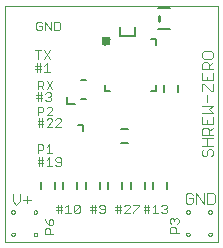
<source format=gto>
G75*
%MOIN*%
%OFA0B0*%
%FSLAX25Y25*%
%IPPOS*%
%LPD*%
%AMOC8*
5,1,8,0,0,1.08239X$1,22.5*
%
%ADD10C,0.00000*%
%ADD11C,0.00300*%
%ADD12C,0.00400*%
%ADD13C,0.00600*%
%ADD14R,0.02756X0.02756*%
%ADD15C,0.00500*%
%ADD16C,0.00787*%
%ADD17C,0.00800*%
%ADD18C,0.00984*%
D10*
X0029368Y0014150D02*
X0029368Y0092890D01*
X0100234Y0092890D01*
X0100234Y0014150D01*
X0029368Y0014150D01*
X0031375Y0016748D02*
X0031377Y0016796D01*
X0031383Y0016844D01*
X0031393Y0016891D01*
X0031406Y0016937D01*
X0031424Y0016982D01*
X0031444Y0017026D01*
X0031469Y0017068D01*
X0031497Y0017107D01*
X0031527Y0017144D01*
X0031561Y0017178D01*
X0031598Y0017210D01*
X0031636Y0017239D01*
X0031677Y0017264D01*
X0031720Y0017286D01*
X0031765Y0017304D01*
X0031811Y0017318D01*
X0031858Y0017329D01*
X0031906Y0017336D01*
X0031954Y0017339D01*
X0032002Y0017338D01*
X0032050Y0017333D01*
X0032098Y0017324D01*
X0032144Y0017312D01*
X0032189Y0017295D01*
X0032233Y0017275D01*
X0032275Y0017252D01*
X0032315Y0017225D01*
X0032353Y0017195D01*
X0032388Y0017162D01*
X0032420Y0017126D01*
X0032450Y0017088D01*
X0032476Y0017047D01*
X0032498Y0017004D01*
X0032518Y0016960D01*
X0032533Y0016915D01*
X0032545Y0016868D01*
X0032553Y0016820D01*
X0032557Y0016772D01*
X0032557Y0016724D01*
X0032553Y0016676D01*
X0032545Y0016628D01*
X0032533Y0016581D01*
X0032518Y0016536D01*
X0032498Y0016492D01*
X0032476Y0016449D01*
X0032450Y0016408D01*
X0032420Y0016370D01*
X0032388Y0016334D01*
X0032353Y0016301D01*
X0032315Y0016271D01*
X0032275Y0016244D01*
X0032233Y0016221D01*
X0032189Y0016201D01*
X0032144Y0016184D01*
X0032098Y0016172D01*
X0032050Y0016163D01*
X0032002Y0016158D01*
X0031954Y0016157D01*
X0031906Y0016160D01*
X0031858Y0016167D01*
X0031811Y0016178D01*
X0031765Y0016192D01*
X0031720Y0016210D01*
X0031677Y0016232D01*
X0031636Y0016257D01*
X0031598Y0016286D01*
X0031561Y0016318D01*
X0031527Y0016352D01*
X0031497Y0016389D01*
X0031469Y0016428D01*
X0031444Y0016470D01*
X0031424Y0016514D01*
X0031406Y0016559D01*
X0031393Y0016605D01*
X0031383Y0016652D01*
X0031377Y0016700D01*
X0031375Y0016748D01*
X0031375Y0024150D02*
X0031377Y0024198D01*
X0031383Y0024246D01*
X0031393Y0024293D01*
X0031406Y0024339D01*
X0031424Y0024384D01*
X0031444Y0024428D01*
X0031469Y0024470D01*
X0031497Y0024509D01*
X0031527Y0024546D01*
X0031561Y0024580D01*
X0031598Y0024612D01*
X0031636Y0024641D01*
X0031677Y0024666D01*
X0031720Y0024688D01*
X0031765Y0024706D01*
X0031811Y0024720D01*
X0031858Y0024731D01*
X0031906Y0024738D01*
X0031954Y0024741D01*
X0032002Y0024740D01*
X0032050Y0024735D01*
X0032098Y0024726D01*
X0032144Y0024714D01*
X0032189Y0024697D01*
X0032233Y0024677D01*
X0032275Y0024654D01*
X0032315Y0024627D01*
X0032353Y0024597D01*
X0032388Y0024564D01*
X0032420Y0024528D01*
X0032450Y0024490D01*
X0032476Y0024449D01*
X0032498Y0024406D01*
X0032518Y0024362D01*
X0032533Y0024317D01*
X0032545Y0024270D01*
X0032553Y0024222D01*
X0032557Y0024174D01*
X0032557Y0024126D01*
X0032553Y0024078D01*
X0032545Y0024030D01*
X0032533Y0023983D01*
X0032518Y0023938D01*
X0032498Y0023894D01*
X0032476Y0023851D01*
X0032450Y0023810D01*
X0032420Y0023772D01*
X0032388Y0023736D01*
X0032353Y0023703D01*
X0032315Y0023673D01*
X0032275Y0023646D01*
X0032233Y0023623D01*
X0032189Y0023603D01*
X0032144Y0023586D01*
X0032098Y0023574D01*
X0032050Y0023565D01*
X0032002Y0023560D01*
X0031954Y0023559D01*
X0031906Y0023562D01*
X0031858Y0023569D01*
X0031811Y0023580D01*
X0031765Y0023594D01*
X0031720Y0023612D01*
X0031677Y0023634D01*
X0031636Y0023659D01*
X0031598Y0023688D01*
X0031561Y0023720D01*
X0031527Y0023754D01*
X0031497Y0023791D01*
X0031469Y0023830D01*
X0031444Y0023872D01*
X0031424Y0023916D01*
X0031406Y0023961D01*
X0031393Y0024007D01*
X0031383Y0024054D01*
X0031377Y0024102D01*
X0031375Y0024150D01*
X0038777Y0024150D02*
X0038779Y0024198D01*
X0038785Y0024246D01*
X0038795Y0024293D01*
X0038808Y0024339D01*
X0038826Y0024384D01*
X0038846Y0024428D01*
X0038871Y0024470D01*
X0038899Y0024509D01*
X0038929Y0024546D01*
X0038963Y0024580D01*
X0039000Y0024612D01*
X0039038Y0024641D01*
X0039079Y0024666D01*
X0039122Y0024688D01*
X0039167Y0024706D01*
X0039213Y0024720D01*
X0039260Y0024731D01*
X0039308Y0024738D01*
X0039356Y0024741D01*
X0039404Y0024740D01*
X0039452Y0024735D01*
X0039500Y0024726D01*
X0039546Y0024714D01*
X0039591Y0024697D01*
X0039635Y0024677D01*
X0039677Y0024654D01*
X0039717Y0024627D01*
X0039755Y0024597D01*
X0039790Y0024564D01*
X0039822Y0024528D01*
X0039852Y0024490D01*
X0039878Y0024449D01*
X0039900Y0024406D01*
X0039920Y0024362D01*
X0039935Y0024317D01*
X0039947Y0024270D01*
X0039955Y0024222D01*
X0039959Y0024174D01*
X0039959Y0024126D01*
X0039955Y0024078D01*
X0039947Y0024030D01*
X0039935Y0023983D01*
X0039920Y0023938D01*
X0039900Y0023894D01*
X0039878Y0023851D01*
X0039852Y0023810D01*
X0039822Y0023772D01*
X0039790Y0023736D01*
X0039755Y0023703D01*
X0039717Y0023673D01*
X0039677Y0023646D01*
X0039635Y0023623D01*
X0039591Y0023603D01*
X0039546Y0023586D01*
X0039500Y0023574D01*
X0039452Y0023565D01*
X0039404Y0023560D01*
X0039356Y0023559D01*
X0039308Y0023562D01*
X0039260Y0023569D01*
X0039213Y0023580D01*
X0039167Y0023594D01*
X0039122Y0023612D01*
X0039079Y0023634D01*
X0039038Y0023659D01*
X0039000Y0023688D01*
X0038963Y0023720D01*
X0038929Y0023754D01*
X0038899Y0023791D01*
X0038871Y0023830D01*
X0038846Y0023872D01*
X0038826Y0023916D01*
X0038808Y0023961D01*
X0038795Y0024007D01*
X0038785Y0024054D01*
X0038779Y0024102D01*
X0038777Y0024150D01*
X0038777Y0016748D02*
X0038779Y0016796D01*
X0038785Y0016844D01*
X0038795Y0016891D01*
X0038808Y0016937D01*
X0038826Y0016982D01*
X0038846Y0017026D01*
X0038871Y0017068D01*
X0038899Y0017107D01*
X0038929Y0017144D01*
X0038963Y0017178D01*
X0039000Y0017210D01*
X0039038Y0017239D01*
X0039079Y0017264D01*
X0039122Y0017286D01*
X0039167Y0017304D01*
X0039213Y0017318D01*
X0039260Y0017329D01*
X0039308Y0017336D01*
X0039356Y0017339D01*
X0039404Y0017338D01*
X0039452Y0017333D01*
X0039500Y0017324D01*
X0039546Y0017312D01*
X0039591Y0017295D01*
X0039635Y0017275D01*
X0039677Y0017252D01*
X0039717Y0017225D01*
X0039755Y0017195D01*
X0039790Y0017162D01*
X0039822Y0017126D01*
X0039852Y0017088D01*
X0039878Y0017047D01*
X0039900Y0017004D01*
X0039920Y0016960D01*
X0039935Y0016915D01*
X0039947Y0016868D01*
X0039955Y0016820D01*
X0039959Y0016772D01*
X0039959Y0016724D01*
X0039955Y0016676D01*
X0039947Y0016628D01*
X0039935Y0016581D01*
X0039920Y0016536D01*
X0039900Y0016492D01*
X0039878Y0016449D01*
X0039852Y0016408D01*
X0039822Y0016370D01*
X0039790Y0016334D01*
X0039755Y0016301D01*
X0039717Y0016271D01*
X0039677Y0016244D01*
X0039635Y0016221D01*
X0039591Y0016201D01*
X0039546Y0016184D01*
X0039500Y0016172D01*
X0039452Y0016163D01*
X0039404Y0016158D01*
X0039356Y0016157D01*
X0039308Y0016160D01*
X0039260Y0016167D01*
X0039213Y0016178D01*
X0039167Y0016192D01*
X0039122Y0016210D01*
X0039079Y0016232D01*
X0039038Y0016257D01*
X0039000Y0016286D01*
X0038963Y0016318D01*
X0038929Y0016352D01*
X0038899Y0016389D01*
X0038871Y0016428D01*
X0038846Y0016470D01*
X0038826Y0016514D01*
X0038808Y0016559D01*
X0038795Y0016605D01*
X0038785Y0016652D01*
X0038779Y0016700D01*
X0038777Y0016748D01*
X0089643Y0016748D02*
X0089645Y0016796D01*
X0089651Y0016844D01*
X0089661Y0016891D01*
X0089674Y0016937D01*
X0089692Y0016982D01*
X0089712Y0017026D01*
X0089737Y0017068D01*
X0089765Y0017107D01*
X0089795Y0017144D01*
X0089829Y0017178D01*
X0089866Y0017210D01*
X0089904Y0017239D01*
X0089945Y0017264D01*
X0089988Y0017286D01*
X0090033Y0017304D01*
X0090079Y0017318D01*
X0090126Y0017329D01*
X0090174Y0017336D01*
X0090222Y0017339D01*
X0090270Y0017338D01*
X0090318Y0017333D01*
X0090366Y0017324D01*
X0090412Y0017312D01*
X0090457Y0017295D01*
X0090501Y0017275D01*
X0090543Y0017252D01*
X0090583Y0017225D01*
X0090621Y0017195D01*
X0090656Y0017162D01*
X0090688Y0017126D01*
X0090718Y0017088D01*
X0090744Y0017047D01*
X0090766Y0017004D01*
X0090786Y0016960D01*
X0090801Y0016915D01*
X0090813Y0016868D01*
X0090821Y0016820D01*
X0090825Y0016772D01*
X0090825Y0016724D01*
X0090821Y0016676D01*
X0090813Y0016628D01*
X0090801Y0016581D01*
X0090786Y0016536D01*
X0090766Y0016492D01*
X0090744Y0016449D01*
X0090718Y0016408D01*
X0090688Y0016370D01*
X0090656Y0016334D01*
X0090621Y0016301D01*
X0090583Y0016271D01*
X0090543Y0016244D01*
X0090501Y0016221D01*
X0090457Y0016201D01*
X0090412Y0016184D01*
X0090366Y0016172D01*
X0090318Y0016163D01*
X0090270Y0016158D01*
X0090222Y0016157D01*
X0090174Y0016160D01*
X0090126Y0016167D01*
X0090079Y0016178D01*
X0090033Y0016192D01*
X0089988Y0016210D01*
X0089945Y0016232D01*
X0089904Y0016257D01*
X0089866Y0016286D01*
X0089829Y0016318D01*
X0089795Y0016352D01*
X0089765Y0016389D01*
X0089737Y0016428D01*
X0089712Y0016470D01*
X0089692Y0016514D01*
X0089674Y0016559D01*
X0089661Y0016605D01*
X0089651Y0016652D01*
X0089645Y0016700D01*
X0089643Y0016748D01*
X0089643Y0024150D02*
X0089645Y0024198D01*
X0089651Y0024246D01*
X0089661Y0024293D01*
X0089674Y0024339D01*
X0089692Y0024384D01*
X0089712Y0024428D01*
X0089737Y0024470D01*
X0089765Y0024509D01*
X0089795Y0024546D01*
X0089829Y0024580D01*
X0089866Y0024612D01*
X0089904Y0024641D01*
X0089945Y0024666D01*
X0089988Y0024688D01*
X0090033Y0024706D01*
X0090079Y0024720D01*
X0090126Y0024731D01*
X0090174Y0024738D01*
X0090222Y0024741D01*
X0090270Y0024740D01*
X0090318Y0024735D01*
X0090366Y0024726D01*
X0090412Y0024714D01*
X0090457Y0024697D01*
X0090501Y0024677D01*
X0090543Y0024654D01*
X0090583Y0024627D01*
X0090621Y0024597D01*
X0090656Y0024564D01*
X0090688Y0024528D01*
X0090718Y0024490D01*
X0090744Y0024449D01*
X0090766Y0024406D01*
X0090786Y0024362D01*
X0090801Y0024317D01*
X0090813Y0024270D01*
X0090821Y0024222D01*
X0090825Y0024174D01*
X0090825Y0024126D01*
X0090821Y0024078D01*
X0090813Y0024030D01*
X0090801Y0023983D01*
X0090786Y0023938D01*
X0090766Y0023894D01*
X0090744Y0023851D01*
X0090718Y0023810D01*
X0090688Y0023772D01*
X0090656Y0023736D01*
X0090621Y0023703D01*
X0090583Y0023673D01*
X0090543Y0023646D01*
X0090501Y0023623D01*
X0090457Y0023603D01*
X0090412Y0023586D01*
X0090366Y0023574D01*
X0090318Y0023565D01*
X0090270Y0023560D01*
X0090222Y0023559D01*
X0090174Y0023562D01*
X0090126Y0023569D01*
X0090079Y0023580D01*
X0090033Y0023594D01*
X0089988Y0023612D01*
X0089945Y0023634D01*
X0089904Y0023659D01*
X0089866Y0023688D01*
X0089829Y0023720D01*
X0089795Y0023754D01*
X0089765Y0023791D01*
X0089737Y0023830D01*
X0089712Y0023872D01*
X0089692Y0023916D01*
X0089674Y0023961D01*
X0089661Y0024007D01*
X0089651Y0024054D01*
X0089645Y0024102D01*
X0089643Y0024150D01*
X0097044Y0024150D02*
X0097046Y0024198D01*
X0097052Y0024246D01*
X0097062Y0024293D01*
X0097075Y0024339D01*
X0097093Y0024384D01*
X0097113Y0024428D01*
X0097138Y0024470D01*
X0097166Y0024509D01*
X0097196Y0024546D01*
X0097230Y0024580D01*
X0097267Y0024612D01*
X0097305Y0024641D01*
X0097346Y0024666D01*
X0097389Y0024688D01*
X0097434Y0024706D01*
X0097480Y0024720D01*
X0097527Y0024731D01*
X0097575Y0024738D01*
X0097623Y0024741D01*
X0097671Y0024740D01*
X0097719Y0024735D01*
X0097767Y0024726D01*
X0097813Y0024714D01*
X0097858Y0024697D01*
X0097902Y0024677D01*
X0097944Y0024654D01*
X0097984Y0024627D01*
X0098022Y0024597D01*
X0098057Y0024564D01*
X0098089Y0024528D01*
X0098119Y0024490D01*
X0098145Y0024449D01*
X0098167Y0024406D01*
X0098187Y0024362D01*
X0098202Y0024317D01*
X0098214Y0024270D01*
X0098222Y0024222D01*
X0098226Y0024174D01*
X0098226Y0024126D01*
X0098222Y0024078D01*
X0098214Y0024030D01*
X0098202Y0023983D01*
X0098187Y0023938D01*
X0098167Y0023894D01*
X0098145Y0023851D01*
X0098119Y0023810D01*
X0098089Y0023772D01*
X0098057Y0023736D01*
X0098022Y0023703D01*
X0097984Y0023673D01*
X0097944Y0023646D01*
X0097902Y0023623D01*
X0097858Y0023603D01*
X0097813Y0023586D01*
X0097767Y0023574D01*
X0097719Y0023565D01*
X0097671Y0023560D01*
X0097623Y0023559D01*
X0097575Y0023562D01*
X0097527Y0023569D01*
X0097480Y0023580D01*
X0097434Y0023594D01*
X0097389Y0023612D01*
X0097346Y0023634D01*
X0097305Y0023659D01*
X0097267Y0023688D01*
X0097230Y0023720D01*
X0097196Y0023754D01*
X0097166Y0023791D01*
X0097138Y0023830D01*
X0097113Y0023872D01*
X0097093Y0023916D01*
X0097075Y0023961D01*
X0097062Y0024007D01*
X0097052Y0024054D01*
X0097046Y0024102D01*
X0097044Y0024150D01*
X0097044Y0016748D02*
X0097046Y0016796D01*
X0097052Y0016844D01*
X0097062Y0016891D01*
X0097075Y0016937D01*
X0097093Y0016982D01*
X0097113Y0017026D01*
X0097138Y0017068D01*
X0097166Y0017107D01*
X0097196Y0017144D01*
X0097230Y0017178D01*
X0097267Y0017210D01*
X0097305Y0017239D01*
X0097346Y0017264D01*
X0097389Y0017286D01*
X0097434Y0017304D01*
X0097480Y0017318D01*
X0097527Y0017329D01*
X0097575Y0017336D01*
X0097623Y0017339D01*
X0097671Y0017338D01*
X0097719Y0017333D01*
X0097767Y0017324D01*
X0097813Y0017312D01*
X0097858Y0017295D01*
X0097902Y0017275D01*
X0097944Y0017252D01*
X0097984Y0017225D01*
X0098022Y0017195D01*
X0098057Y0017162D01*
X0098089Y0017126D01*
X0098119Y0017088D01*
X0098145Y0017047D01*
X0098167Y0017004D01*
X0098187Y0016960D01*
X0098202Y0016915D01*
X0098214Y0016868D01*
X0098222Y0016820D01*
X0098226Y0016772D01*
X0098226Y0016724D01*
X0098222Y0016676D01*
X0098214Y0016628D01*
X0098202Y0016581D01*
X0098187Y0016536D01*
X0098167Y0016492D01*
X0098145Y0016449D01*
X0098119Y0016408D01*
X0098089Y0016370D01*
X0098057Y0016334D01*
X0098022Y0016301D01*
X0097984Y0016271D01*
X0097944Y0016244D01*
X0097902Y0016221D01*
X0097858Y0016201D01*
X0097813Y0016184D01*
X0097767Y0016172D01*
X0097719Y0016163D01*
X0097671Y0016158D01*
X0097623Y0016157D01*
X0097575Y0016160D01*
X0097527Y0016167D01*
X0097480Y0016178D01*
X0097434Y0016192D01*
X0097389Y0016210D01*
X0097346Y0016232D01*
X0097305Y0016257D01*
X0097267Y0016286D01*
X0097230Y0016318D01*
X0097196Y0016352D01*
X0097166Y0016389D01*
X0097138Y0016428D01*
X0097113Y0016470D01*
X0097093Y0016514D01*
X0097075Y0016559D01*
X0097062Y0016605D01*
X0097052Y0016652D01*
X0097046Y0016700D01*
X0097044Y0016748D01*
D11*
X0087142Y0017259D02*
X0084240Y0017259D01*
X0084240Y0018710D01*
X0084723Y0019194D01*
X0085691Y0019194D01*
X0086175Y0018710D01*
X0086175Y0017259D01*
X0086658Y0020205D02*
X0087142Y0020689D01*
X0087142Y0021656D01*
X0086658Y0022140D01*
X0086175Y0022140D01*
X0085691Y0021656D01*
X0085691Y0021173D01*
X0085691Y0021656D02*
X0085207Y0022140D01*
X0084723Y0022140D01*
X0084240Y0021656D01*
X0084240Y0020689D01*
X0084723Y0020205D01*
X0082836Y0023748D02*
X0081868Y0023748D01*
X0081385Y0024232D01*
X0080373Y0023748D02*
X0078438Y0023748D01*
X0079406Y0023748D02*
X0079406Y0026651D01*
X0078438Y0025683D01*
X0077427Y0025683D02*
X0076943Y0025683D01*
X0075492Y0025683D01*
X0075492Y0024716D02*
X0077427Y0024716D01*
X0076943Y0023748D02*
X0076943Y0026651D01*
X0075975Y0026651D02*
X0075975Y0023748D01*
X0073871Y0026167D02*
X0071936Y0024232D01*
X0071936Y0023748D01*
X0070924Y0023748D02*
X0068989Y0023748D01*
X0070924Y0025683D01*
X0070924Y0026167D01*
X0070441Y0026651D01*
X0069473Y0026651D01*
X0068989Y0026167D01*
X0067978Y0025683D02*
X0067494Y0025683D01*
X0066043Y0025683D01*
X0066043Y0024716D02*
X0067978Y0024716D01*
X0067494Y0023748D02*
X0067494Y0026651D01*
X0066527Y0026651D02*
X0066527Y0023748D01*
X0062555Y0024232D02*
X0062555Y0026167D01*
X0062071Y0026651D01*
X0061104Y0026651D01*
X0060620Y0026167D01*
X0060620Y0025683D01*
X0061104Y0025200D01*
X0062555Y0025200D01*
X0062555Y0024232D02*
X0062071Y0023748D01*
X0061104Y0023748D01*
X0060620Y0024232D01*
X0059609Y0024716D02*
X0057674Y0024716D01*
X0057674Y0025683D02*
X0059125Y0025683D01*
X0059609Y0025683D01*
X0059125Y0026651D02*
X0059125Y0023748D01*
X0058157Y0023748D02*
X0058157Y0026651D01*
X0054186Y0026167D02*
X0054186Y0024232D01*
X0053702Y0023748D01*
X0052735Y0023748D01*
X0052251Y0024232D01*
X0054186Y0026167D01*
X0053702Y0026651D01*
X0052735Y0026651D01*
X0052251Y0026167D01*
X0052251Y0024232D01*
X0051239Y0023748D02*
X0049304Y0023748D01*
X0050272Y0023748D02*
X0050272Y0026651D01*
X0049304Y0025683D01*
X0048293Y0025683D02*
X0047809Y0025683D01*
X0046358Y0025683D01*
X0046358Y0024716D02*
X0048293Y0024716D01*
X0047809Y0023748D02*
X0047809Y0026651D01*
X0046842Y0026651D02*
X0046842Y0023748D01*
X0044876Y0021746D02*
X0045359Y0021263D01*
X0045359Y0020295D01*
X0044876Y0019811D01*
X0043908Y0019811D01*
X0043908Y0021263D01*
X0044392Y0021746D01*
X0044876Y0021746D01*
X0042941Y0020779D02*
X0043908Y0019811D01*
X0043908Y0018800D02*
X0042941Y0018800D01*
X0042457Y0018316D01*
X0042457Y0016865D01*
X0045359Y0016865D01*
X0044392Y0016865D02*
X0044392Y0018316D01*
X0043908Y0018800D01*
X0042941Y0020779D02*
X0042457Y0021746D01*
X0037850Y0028324D02*
X0035423Y0028324D01*
X0034225Y0027718D02*
X0034225Y0030144D01*
X0036637Y0029538D02*
X0036637Y0027111D01*
X0034225Y0027718D02*
X0033011Y0026504D01*
X0031798Y0027718D01*
X0031798Y0030144D01*
X0040631Y0039471D02*
X0040631Y0042374D01*
X0041599Y0042374D02*
X0041599Y0039471D01*
X0042083Y0040439D02*
X0040148Y0040439D01*
X0040148Y0041406D02*
X0041599Y0041406D01*
X0042083Y0041406D01*
X0043094Y0041406D02*
X0044062Y0042374D01*
X0044062Y0039471D01*
X0045029Y0039471D02*
X0043094Y0039471D01*
X0046041Y0039955D02*
X0046524Y0039471D01*
X0047492Y0039471D01*
X0047976Y0039955D01*
X0047976Y0041890D01*
X0047492Y0042374D01*
X0046524Y0042374D01*
X0046041Y0041890D01*
X0046041Y0041406D01*
X0046524Y0040922D01*
X0047976Y0040922D01*
X0045029Y0043802D02*
X0043094Y0043802D01*
X0044062Y0043802D02*
X0044062Y0046704D01*
X0043094Y0045737D01*
X0042083Y0046221D02*
X0042083Y0045253D01*
X0041599Y0044769D01*
X0040148Y0044769D01*
X0040148Y0043802D02*
X0040148Y0046704D01*
X0041599Y0046704D01*
X0042083Y0046221D01*
X0041599Y0052463D02*
X0041599Y0055366D01*
X0041599Y0054398D02*
X0042083Y0054398D01*
X0041599Y0054398D02*
X0040148Y0054398D01*
X0040148Y0053431D02*
X0042083Y0053431D01*
X0043094Y0052463D02*
X0045029Y0054398D01*
X0045029Y0054882D01*
X0044545Y0055366D01*
X0043578Y0055366D01*
X0043094Y0054882D01*
X0043094Y0056400D02*
X0045029Y0058335D01*
X0045029Y0058819D01*
X0044545Y0059303D01*
X0043578Y0059303D01*
X0043094Y0058819D01*
X0042083Y0058819D02*
X0042083Y0057852D01*
X0041599Y0057368D01*
X0040148Y0057368D01*
X0040148Y0056400D02*
X0040148Y0059303D01*
X0041599Y0059303D01*
X0042083Y0058819D01*
X0041205Y0061125D02*
X0041205Y0064027D01*
X0041205Y0063060D02*
X0039754Y0063060D01*
X0039754Y0062092D02*
X0041689Y0062092D01*
X0041689Y0063060D02*
X0041205Y0063060D01*
X0040238Y0064027D02*
X0040238Y0061125D01*
X0042700Y0061609D02*
X0043184Y0061125D01*
X0044152Y0061125D01*
X0044635Y0061609D01*
X0044635Y0062092D01*
X0044152Y0062576D01*
X0043668Y0062576D01*
X0044152Y0062576D02*
X0044635Y0063060D01*
X0044635Y0063544D01*
X0044152Y0064027D01*
X0043184Y0064027D01*
X0042700Y0063544D01*
X0043094Y0065062D02*
X0045029Y0067964D01*
X0043094Y0067964D02*
X0045029Y0065062D01*
X0042083Y0065062D02*
X0041115Y0066029D01*
X0041599Y0066029D02*
X0040148Y0066029D01*
X0040148Y0065062D02*
X0040148Y0067964D01*
X0041599Y0067964D01*
X0042083Y0067481D01*
X0042083Y0066513D01*
X0041599Y0066029D01*
X0042307Y0070967D02*
X0044242Y0070967D01*
X0043274Y0070967D02*
X0043274Y0073870D01*
X0042307Y0072902D01*
X0041295Y0072902D02*
X0040811Y0072902D01*
X0039360Y0072902D01*
X0039360Y0071935D02*
X0041295Y0071935D01*
X0040811Y0070967D02*
X0040811Y0073870D01*
X0039844Y0073870D02*
X0039844Y0070967D01*
X0040328Y0075298D02*
X0040328Y0078201D01*
X0041295Y0078201D02*
X0039360Y0078201D01*
X0042307Y0078201D02*
X0044242Y0075298D01*
X0042307Y0075298D02*
X0044242Y0078201D01*
X0044635Y0084747D02*
X0044635Y0087649D01*
X0045647Y0087649D02*
X0047098Y0087649D01*
X0047582Y0087166D01*
X0047582Y0085231D01*
X0047098Y0084747D01*
X0045647Y0084747D01*
X0045647Y0087649D01*
X0042700Y0087649D02*
X0042700Y0084747D01*
X0041689Y0085231D02*
X0041689Y0086198D01*
X0040721Y0086198D01*
X0039754Y0085231D02*
X0040238Y0084747D01*
X0041205Y0084747D01*
X0041689Y0085231D01*
X0039754Y0085231D02*
X0039754Y0087166D01*
X0040238Y0087649D01*
X0041205Y0087649D01*
X0041689Y0087166D01*
X0042700Y0087649D02*
X0044635Y0084747D01*
X0045029Y0056400D02*
X0043094Y0056400D01*
X0040631Y0055366D02*
X0040631Y0052463D01*
X0043094Y0052463D02*
X0045029Y0052463D01*
X0046041Y0052463D02*
X0047976Y0054398D01*
X0047976Y0054882D01*
X0047492Y0055366D01*
X0046524Y0055366D01*
X0046041Y0054882D01*
X0046041Y0052463D02*
X0047976Y0052463D01*
X0071936Y0026651D02*
X0073871Y0026651D01*
X0073871Y0026167D01*
X0081385Y0026167D02*
X0081868Y0026651D01*
X0082836Y0026651D01*
X0083320Y0026167D01*
X0083320Y0025683D01*
X0082836Y0025200D01*
X0083320Y0024716D01*
X0083320Y0024232D01*
X0082836Y0023748D01*
X0082836Y0025200D02*
X0082352Y0025200D01*
X0089434Y0027505D02*
X0090041Y0026898D01*
X0091254Y0026898D01*
X0091861Y0027505D01*
X0091861Y0028718D01*
X0090648Y0028718D01*
X0091861Y0029931D02*
X0091254Y0030538D01*
X0090041Y0030538D01*
X0089434Y0029931D01*
X0089434Y0027505D01*
X0093059Y0026898D02*
X0093059Y0030538D01*
X0095486Y0026898D01*
X0095486Y0030538D01*
X0096685Y0030538D02*
X0098505Y0030538D01*
X0099111Y0029931D01*
X0099111Y0027505D01*
X0098505Y0026898D01*
X0096685Y0026898D01*
X0096685Y0030538D01*
D12*
X0096099Y0042696D02*
X0096689Y0043286D01*
X0096689Y0044466D01*
X0097279Y0045056D01*
X0097869Y0045056D01*
X0098459Y0044466D01*
X0098459Y0043286D01*
X0097869Y0042696D01*
X0096099Y0042696D02*
X0095509Y0042696D01*
X0094919Y0043286D01*
X0094919Y0044466D01*
X0095509Y0045056D01*
X0094919Y0046321D02*
X0098459Y0046321D01*
X0096689Y0046321D02*
X0096689Y0048681D01*
X0097279Y0049946D02*
X0097279Y0051716D01*
X0096689Y0052306D01*
X0095509Y0052306D01*
X0094919Y0051716D01*
X0094919Y0049946D01*
X0098459Y0049946D01*
X0098459Y0048681D02*
X0094919Y0048681D01*
X0097279Y0051126D02*
X0098459Y0052306D01*
X0098459Y0053571D02*
X0098459Y0055931D01*
X0098459Y0057197D02*
X0097279Y0058377D01*
X0098459Y0059557D01*
X0094919Y0059557D01*
X0096689Y0060822D02*
X0096689Y0063182D01*
X0097869Y0064447D02*
X0098459Y0064447D01*
X0098459Y0066807D01*
X0098459Y0068072D02*
X0098459Y0070432D01*
X0098459Y0071697D02*
X0094919Y0071697D01*
X0094919Y0073467D01*
X0095509Y0074057D01*
X0096689Y0074057D01*
X0097279Y0073467D01*
X0097279Y0071697D01*
X0097279Y0072877D02*
X0098459Y0074057D01*
X0097869Y0075322D02*
X0098459Y0075912D01*
X0098459Y0077092D01*
X0097869Y0077682D01*
X0095509Y0077682D01*
X0094919Y0077092D01*
X0094919Y0075912D01*
X0095509Y0075322D01*
X0097869Y0075322D01*
X0094919Y0070432D02*
X0094919Y0068072D01*
X0098459Y0068072D01*
X0096689Y0068072D02*
X0096689Y0069252D01*
X0095509Y0066807D02*
X0097869Y0064447D01*
X0094919Y0064447D02*
X0094919Y0066807D01*
X0095509Y0066807D01*
X0094919Y0057197D02*
X0098459Y0057197D01*
X0096689Y0054751D02*
X0096689Y0053571D01*
X0094919Y0053571D02*
X0098459Y0053571D01*
X0094919Y0053571D02*
X0094919Y0055931D01*
D13*
X0086848Y0064150D02*
X0086848Y0066512D01*
X0082124Y0066512D02*
X0082124Y0064150D01*
X0079700Y0064605D02*
X0079700Y0066505D01*
X0079700Y0064605D02*
X0077800Y0064605D01*
X0064400Y0064605D02*
X0062500Y0064605D01*
X0062500Y0066505D01*
X0062500Y0079905D02*
X0062500Y0081805D01*
X0064400Y0081805D01*
X0077800Y0081805D02*
X0079700Y0081805D01*
X0079700Y0079905D01*
X0070313Y0051945D02*
X0067950Y0051945D01*
X0067950Y0047220D02*
X0070313Y0047220D01*
X0071100Y0034228D02*
X0071100Y0031866D01*
X0068344Y0031866D02*
X0068344Y0034228D01*
X0063620Y0034228D02*
X0063620Y0031866D01*
X0060864Y0031866D02*
X0060864Y0034228D01*
X0056139Y0034228D02*
X0056139Y0031866D01*
X0053383Y0031866D02*
X0053383Y0034228D01*
X0048659Y0034228D02*
X0048659Y0031866D01*
X0045903Y0031866D02*
X0045903Y0034228D01*
X0041179Y0034228D02*
X0041179Y0031866D01*
X0075824Y0031866D02*
X0075824Y0034228D01*
X0078580Y0034228D02*
X0078580Y0031866D01*
X0083305Y0031866D02*
X0083305Y0034228D01*
D14*
X0063029Y0081276D03*
D15*
X0056159Y0068087D02*
X0054545Y0068087D01*
X0054545Y0061787D02*
X0056159Y0061787D01*
D16*
X0052596Y0060213D02*
X0049840Y0060213D01*
X0049840Y0062575D01*
X0053580Y0053126D02*
X0055352Y0053126D01*
X0055352Y0051157D01*
X0067754Y0082949D02*
X0072478Y0082949D01*
X0072478Y0085803D01*
X0067754Y0085803D02*
X0067754Y0082949D01*
D17*
X0080124Y0085256D02*
X0084124Y0085256D01*
X0084124Y0092256D02*
X0080124Y0092256D01*
D18*
X0080549Y0089543D02*
X0080549Y0087969D01*
M02*

</source>
